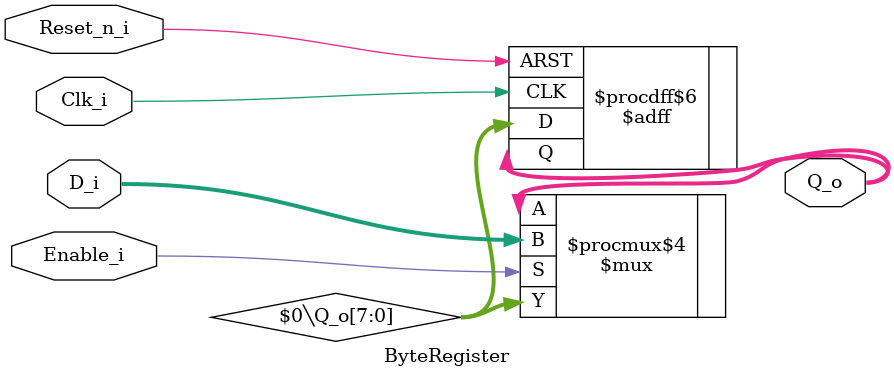
<source format=v>
/* Generated by Yosys 0.3.0+ (git sha1 3b52121) */

(* src = "../../verilog/byteregister.v:1" *)
module ByteRegister(Reset_n_i, Clk_i, D_i, Q_o, Enable_i);
  (* src = "../../verilog/byteregister.v:14" *)
  wire [7:0] \$0\Q_o[7:0] ;
  (* intersynth_port = "Clk_i" *)
  (* src = "../../verilog/byteregister.v:5" *)
  input Clk_i;
  (* intersynth_conntype = "Byte" *)
  (* src = "../../verilog/byteregister.v:7" *)
  input [7:0] D_i;
  (* intersynth_conntype = "Bit" *)
  (* src = "../../verilog/byteregister.v:11" *)
  input Enable_i;
  (* intersynth_conntype = "Byte" *)
  (* src = "../../verilog/byteregister.v:9" *)
  output [7:0] Q_o;
  (* intersynth_port = "Reset_n_i" *)
  (* src = "../../verilog/byteregister.v:3" *)
  input Reset_n_i;
  (* src = "../../verilog/byteregister.v:14" *)
  \$adff  #(
    .ARST_POLARITY(1'b0),
    .ARST_VALUE(8'b00000000),
    .CLK_POLARITY(1'b1),
    .WIDTH(32'b00000000000000000000000000001000)
  ) \$procdff$6  (
    .ARST(Reset_n_i),
    .CLK(Clk_i),
    .D(\$0\Q_o[7:0] ),
    .Q(Q_o)
  );
  \$mux  #(
    .WIDTH(32'b00000000000000000000000000001000)
  ) \$procmux$4  (
    .A(Q_o),
    .B(D_i),
    .S(Enable_i),
    .Y(\$0\Q_o[7:0] )
  );
endmodule

</source>
